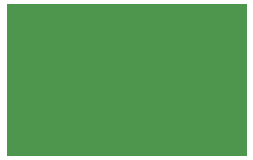
<source format=gbr>
G04 #@! TF.FileFunction,Soldermask,Bot*
%FSLAX46Y46*%
G04 Gerber Fmt 4.6, Leading zero omitted, Abs format (unit mm)*
G04 Created by KiCad (PCBNEW 4.0.1-stable) date 6/17/2016 12:44:14 AM*
%MOMM*%
G01*
G04 APERTURE LIST*
%ADD10C,0.100000*%
%ADD11C,1.400000*%
%ADD12R,20.400000X12.900000*%
G04 APERTURE END LIST*
D10*
D11*
X160000000Y-109800000D03*
D12*
X160000000Y-106750000D03*
M02*

</source>
